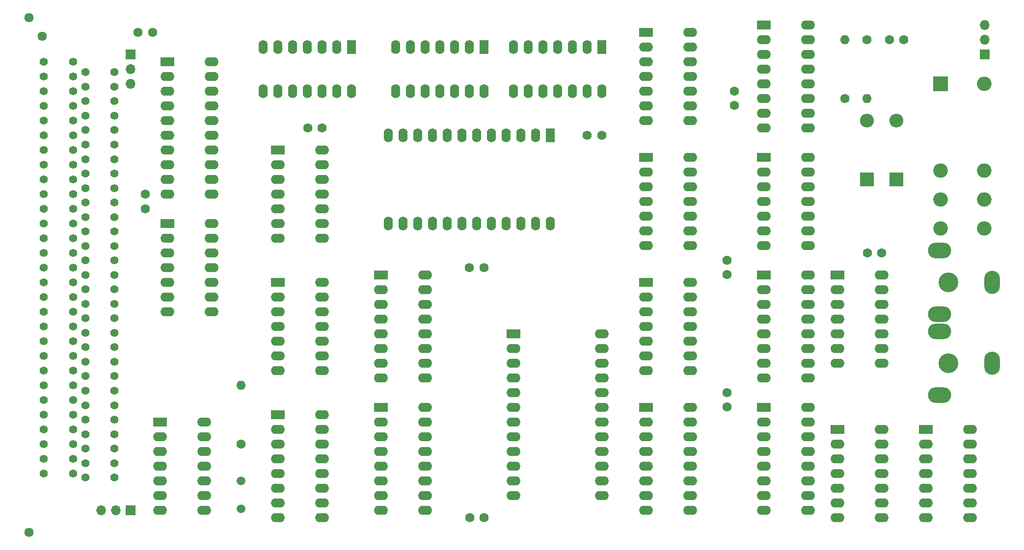
<source format=gbr>
%TF.GenerationSoftware,KiCad,Pcbnew,(5.1.10)-1*%
%TF.CreationDate,2022-01-29T09:37:24+01:00*%
%TF.ProjectId,2K-BWS,324b2d42-5753-42e6-9b69-6361645f7063,rev?*%
%TF.SameCoordinates,Original*%
%TF.FileFunction,Soldermask,Top*%
%TF.FilePolarity,Negative*%
%FSLAX46Y46*%
G04 Gerber Fmt 4.6, Leading zero omitted, Abs format (unit mm)*
G04 Created by KiCad (PCBNEW (5.1.10)-1) date 2022-01-29 09:37:24*
%MOMM*%
%LPD*%
G01*
G04 APERTURE LIST*
%ADD10O,1.700000X1.700000*%
%ADD11R,1.700000X1.700000*%
%ADD12R,2.400000X1.600000*%
%ADD13O,2.400000X1.600000*%
%ADD14C,1.600000*%
%ADD15C,1.400000*%
%ADD16C,1.610000*%
%ADD17R,2.400000X2.400000*%
%ADD18O,2.400000X2.400000*%
%ADD19O,2.700000X4.000000*%
%ADD20C,3.400000*%
%ADD21O,4.000000X2.700000*%
%ADD22O,1.600000X1.600000*%
%ADD23R,2.500000X2.500000*%
%ADD24O,2.500000X2.500000*%
%ADD25R,1.600000X2.400000*%
%ADD26O,1.600000X2.400000*%
%ADD27C,1.500000*%
G04 APERTURE END LIST*
D10*
%TO.C,J5*%
X53340000Y-146050000D03*
X55880000Y-146050000D03*
D11*
X58420000Y-146050000D03*
%TD*%
D10*
%TO.C,J4*%
X58420000Y-72390000D03*
X58420000Y-69850000D03*
D11*
X58420000Y-67310000D03*
%TD*%
D12*
%TO.C,U33*%
X167640000Y-85090000D03*
D13*
X175260000Y-100330000D03*
X167640000Y-87630000D03*
X175260000Y-97790000D03*
X167640000Y-90170000D03*
X175260000Y-95250000D03*
X167640000Y-92710000D03*
X175260000Y-92710000D03*
X167640000Y-95250000D03*
X175260000Y-90170000D03*
X167640000Y-97790000D03*
X175260000Y-87630000D03*
X167640000Y-100330000D03*
X175260000Y-85090000D03*
%TD*%
D12*
%TO.C,U40*%
X101600000Y-128270000D03*
D13*
X109220000Y-146050000D03*
X101600000Y-130810000D03*
X109220000Y-143510000D03*
X101600000Y-133350000D03*
X109220000Y-140970000D03*
X101600000Y-135890000D03*
X109220000Y-138430000D03*
X101600000Y-138430000D03*
X109220000Y-135890000D03*
X101600000Y-140970000D03*
X109220000Y-133350000D03*
X101600000Y-143510000D03*
X109220000Y-130810000D03*
X101600000Y-146050000D03*
X109220000Y-128270000D03*
%TD*%
%TO.C,IC21*%
X139700000Y-115570000D03*
X124460000Y-143510000D03*
X139700000Y-118110000D03*
X124460000Y-140970000D03*
X139700000Y-120650000D03*
X124460000Y-138430000D03*
X139700000Y-123190000D03*
X124460000Y-135890000D03*
X139700000Y-125730000D03*
X124460000Y-133350000D03*
X139700000Y-128270000D03*
X124460000Y-130810000D03*
X139700000Y-130810000D03*
X124460000Y-128270000D03*
X139700000Y-133350000D03*
X124460000Y-125730000D03*
X139700000Y-135890000D03*
X124460000Y-123190000D03*
X139700000Y-138430000D03*
X124460000Y-120650000D03*
X139700000Y-140970000D03*
X124460000Y-118110000D03*
X139700000Y-143510000D03*
D12*
X124460000Y-115570000D03*
%TD*%
D13*
%TO.C,U24*%
X154940000Y-63500000D03*
X147320000Y-78740000D03*
X154940000Y-66040000D03*
X147320000Y-76200000D03*
X154940000Y-68580000D03*
X147320000Y-73660000D03*
X154940000Y-71120000D03*
X147320000Y-71120000D03*
X154940000Y-73660000D03*
X147320000Y-68580000D03*
X154940000Y-76200000D03*
X147320000Y-66040000D03*
X154940000Y-78740000D03*
D12*
X147320000Y-63500000D03*
%TD*%
D13*
%TO.C,U20*%
X72390000Y-96520000D03*
X64770000Y-111760000D03*
X72390000Y-99060000D03*
X64770000Y-109220000D03*
X72390000Y-101600000D03*
X64770000Y-106680000D03*
X72390000Y-104140000D03*
X64770000Y-104140000D03*
X72390000Y-106680000D03*
X64770000Y-101600000D03*
X72390000Y-109220000D03*
X64770000Y-99060000D03*
X72390000Y-111760000D03*
D12*
X64770000Y-96520000D03*
%TD*%
D10*
%TO.C,J3*%
X205740000Y-62230000D03*
X205740000Y-64770000D03*
D11*
X205740000Y-67310000D03*
%TD*%
D14*
%TO.C,C11*%
X185460000Y-101600000D03*
X187960000Y-101600000D03*
%TD*%
%TO.C,C10*%
X161290000Y-105370000D03*
X161290000Y-102870000D03*
%TD*%
%TO.C,C9*%
X119340000Y-104140000D03*
X116840000Y-104140000D03*
%TD*%
%TO.C,C8*%
X161290000Y-128230000D03*
X161290000Y-125730000D03*
%TD*%
%TO.C,C7*%
X139660000Y-81280000D03*
X137160000Y-81280000D03*
%TD*%
%TO.C,C6*%
X116880000Y-147320000D03*
X119380000Y-147320000D03*
%TD*%
%TO.C,C5*%
X62190000Y-63500000D03*
X59690000Y-63500000D03*
%TD*%
D15*
%TO.C,X1*%
X43408600Y-73660000D03*
X50600000Y-140410000D03*
X50600000Y-137910000D03*
X50600000Y-135410000D03*
X50600000Y-132910000D03*
X50600000Y-130410000D03*
X50600000Y-127910000D03*
X50600000Y-125410000D03*
X50600000Y-122910000D03*
X50600000Y-120410000D03*
X50600000Y-117910000D03*
X50600000Y-115410000D03*
X50600000Y-112910000D03*
X50600000Y-110410000D03*
X50600000Y-107910000D03*
X50600000Y-105410000D03*
X50600000Y-102910000D03*
X50600000Y-100410000D03*
X50600000Y-97910000D03*
X50600000Y-95410000D03*
X50600000Y-92910000D03*
X50600000Y-90410000D03*
X50600000Y-87910000D03*
X50600000Y-85410000D03*
X50600000Y-82910000D03*
X50600000Y-80410000D03*
X50600000Y-77910000D03*
X50600000Y-75410000D03*
X50600000Y-72910000D03*
X50600000Y-70410000D03*
X55600000Y-140410000D03*
X55600000Y-137910000D03*
X55600000Y-135410000D03*
X55600000Y-132910000D03*
X55600000Y-130410000D03*
X55600000Y-127910000D03*
X55600000Y-125410000D03*
X55600000Y-122910000D03*
X55600000Y-120410000D03*
X55600000Y-117910000D03*
X55600000Y-115410000D03*
X55600000Y-112910000D03*
X55600000Y-110410000D03*
X55600000Y-107910000D03*
X55600000Y-105410000D03*
X55600000Y-102910000D03*
X55600000Y-100410000D03*
X55600000Y-97910000D03*
X55600000Y-95410000D03*
X55600000Y-92910000D03*
X55600000Y-90410000D03*
X55600000Y-87910000D03*
X55600000Y-85410000D03*
X55600000Y-82910000D03*
X55600000Y-80410000D03*
X55600000Y-77910000D03*
X55600000Y-75410000D03*
X55600000Y-72910000D03*
X55600000Y-70410000D03*
D16*
X43100000Y-64160000D03*
D15*
X48488600Y-139700000D03*
X48488600Y-137160000D03*
X48488600Y-134620000D03*
X48488600Y-132080000D03*
X48488600Y-129540000D03*
X48488600Y-127000000D03*
X48488600Y-124460000D03*
X48488600Y-121920000D03*
X48488600Y-119380000D03*
X48488600Y-116840000D03*
X48488600Y-114300000D03*
X48488600Y-111760000D03*
X48488600Y-109220000D03*
X48488600Y-106680000D03*
X48488600Y-104140000D03*
X48488600Y-101600000D03*
X48488600Y-99060000D03*
X48488600Y-96520000D03*
X48488600Y-93980000D03*
X48488600Y-91440000D03*
X48488600Y-88900000D03*
X48488600Y-86360000D03*
X48488600Y-83820000D03*
X48488600Y-81280000D03*
X48488600Y-78740000D03*
X48488600Y-76200000D03*
X48488600Y-73660000D03*
X48488600Y-71120000D03*
X48488600Y-68580000D03*
X43408600Y-139700000D03*
X43408600Y-137160000D03*
X43408600Y-134620000D03*
X43408600Y-132080000D03*
X43408600Y-129540000D03*
X43408600Y-127000000D03*
X43408600Y-124460000D03*
X43408600Y-121920000D03*
X43408600Y-119380000D03*
X43408600Y-116840000D03*
X43408600Y-114300000D03*
X43408600Y-111760000D03*
X43408600Y-109220000D03*
X43408600Y-106680000D03*
X43408600Y-104140000D03*
X43408600Y-101600000D03*
X43408600Y-99060000D03*
X43408600Y-96520000D03*
X43408600Y-93980000D03*
X43408600Y-91440000D03*
X43408600Y-88900000D03*
X43408600Y-86360000D03*
X43408600Y-83820000D03*
X43408600Y-81280000D03*
X43408600Y-78740000D03*
X43408600Y-76200000D03*
X43408600Y-71120000D03*
X43408600Y-68580000D03*
D16*
X40868600Y-149860000D03*
X40868600Y-60960000D03*
%TD*%
D14*
%TO.C,C1*%
X60960000Y-93980000D03*
X60960000Y-91480000D03*
%TD*%
%TO.C,C2*%
X162560000Y-76160000D03*
X162560000Y-73660000D03*
%TD*%
%TO.C,C3*%
X189270000Y-64770000D03*
X191770000Y-64770000D03*
%TD*%
%TO.C,C4*%
X91440000Y-80010000D03*
X88940000Y-80010000D03*
%TD*%
D17*
%TO.C,D1*%
X185420000Y-88900000D03*
D18*
X185420000Y-78740000D03*
%TD*%
%TO.C,D2*%
X190500000Y-78740000D03*
D17*
X190500000Y-88900000D03*
%TD*%
D19*
%TO.C,J1*%
X206930000Y-106680000D03*
D20*
X199430000Y-106680000D03*
D21*
X197930000Y-112180000D03*
X197930000Y-101180000D03*
%TD*%
%TO.C,J2*%
X197930000Y-115150000D03*
X197930000Y-126150000D03*
D20*
X199430000Y-120650000D03*
D19*
X206930000Y-120650000D03*
%TD*%
D14*
%TO.C,R1*%
X77470000Y-134620000D03*
D22*
X77470000Y-124460000D03*
%TD*%
D14*
%TO.C,R2*%
X181610000Y-74930000D03*
D22*
X181610000Y-64770000D03*
%TD*%
%TO.C,R3*%
X185420000Y-74930000D03*
D14*
X185420000Y-64770000D03*
%TD*%
D23*
%TO.C,RL1*%
X198120000Y-72390000D03*
D24*
X198120000Y-87390000D03*
X198120000Y-92390000D03*
X198120000Y-97390000D03*
X205620000Y-97390000D03*
X205620000Y-92390000D03*
X205620000Y-87390000D03*
X205620000Y-72390000D03*
%TD*%
D13*
%TO.C,U1*%
X187960000Y-105410000D03*
X180340000Y-120650000D03*
X187960000Y-107950000D03*
X180340000Y-118110000D03*
X187960000Y-110490000D03*
X180340000Y-115570000D03*
X187960000Y-113030000D03*
X180340000Y-113030000D03*
X187960000Y-115570000D03*
X180340000Y-110490000D03*
X187960000Y-118110000D03*
X180340000Y-107950000D03*
X187960000Y-120650000D03*
D12*
X180340000Y-105410000D03*
%TD*%
%TO.C,U2*%
X195580000Y-132080000D03*
D13*
X203200000Y-147320000D03*
X195580000Y-134620000D03*
X203200000Y-144780000D03*
X195580000Y-137160000D03*
X203200000Y-142240000D03*
X195580000Y-139700000D03*
X203200000Y-139700000D03*
X195580000Y-142240000D03*
X203200000Y-137160000D03*
X195580000Y-144780000D03*
X203200000Y-134620000D03*
X195580000Y-147320000D03*
X203200000Y-132080000D03*
%TD*%
D12*
%TO.C,U10*%
X64770000Y-68580000D03*
D13*
X72390000Y-91440000D03*
X64770000Y-71120000D03*
X72390000Y-88900000D03*
X64770000Y-73660000D03*
X72390000Y-86360000D03*
X64770000Y-76200000D03*
X72390000Y-83820000D03*
X64770000Y-78740000D03*
X72390000Y-81280000D03*
X64770000Y-81280000D03*
X72390000Y-78740000D03*
X64770000Y-83820000D03*
X72390000Y-76200000D03*
X64770000Y-86360000D03*
X72390000Y-73660000D03*
X64770000Y-88900000D03*
X72390000Y-71120000D03*
X64770000Y-91440000D03*
X72390000Y-68580000D03*
%TD*%
D12*
%TO.C,U11*%
X63500000Y-130810000D03*
D13*
X71120000Y-146050000D03*
X63500000Y-133350000D03*
X71120000Y-143510000D03*
X63500000Y-135890000D03*
X71120000Y-140970000D03*
X63500000Y-138430000D03*
X71120000Y-138430000D03*
X63500000Y-140970000D03*
X71120000Y-135890000D03*
X63500000Y-143510000D03*
X71120000Y-133350000D03*
X63500000Y-146050000D03*
X71120000Y-130810000D03*
%TD*%
D25*
%TO.C,U12*%
X139700000Y-66040000D03*
D26*
X124460000Y-73660000D03*
X137160000Y-66040000D03*
X127000000Y-73660000D03*
X134620000Y-66040000D03*
X129540000Y-73660000D03*
X132080000Y-66040000D03*
X132080000Y-73660000D03*
X129540000Y-66040000D03*
X134620000Y-73660000D03*
X127000000Y-66040000D03*
X137160000Y-73660000D03*
X124460000Y-66040000D03*
X139700000Y-73660000D03*
%TD*%
%TO.C,U13*%
X119380000Y-73660000D03*
X104140000Y-66040000D03*
X116840000Y-73660000D03*
X106680000Y-66040000D03*
X114300000Y-73660000D03*
X109220000Y-66040000D03*
X111760000Y-73660000D03*
X111760000Y-66040000D03*
X109220000Y-73660000D03*
X114300000Y-66040000D03*
X106680000Y-73660000D03*
X116840000Y-66040000D03*
X104140000Y-73660000D03*
D25*
X119380000Y-66040000D03*
%TD*%
%TO.C,U14*%
X130810000Y-81280000D03*
D26*
X102870000Y-96520000D03*
X128270000Y-81280000D03*
X105410000Y-96520000D03*
X125730000Y-81280000D03*
X107950000Y-96520000D03*
X123190000Y-81280000D03*
X110490000Y-96520000D03*
X120650000Y-81280000D03*
X113030000Y-96520000D03*
X118110000Y-81280000D03*
X115570000Y-96520000D03*
X115570000Y-81280000D03*
X118110000Y-96520000D03*
X113030000Y-81280000D03*
X120650000Y-96520000D03*
X110490000Y-81280000D03*
X123190000Y-96520000D03*
X107950000Y-81280000D03*
X125730000Y-96520000D03*
X105410000Y-81280000D03*
X128270000Y-96520000D03*
X102870000Y-81280000D03*
X130810000Y-96520000D03*
%TD*%
D12*
%TO.C,U15*%
X147320000Y-85090000D03*
D13*
X154940000Y-100330000D03*
X147320000Y-87630000D03*
X154940000Y-97790000D03*
X147320000Y-90170000D03*
X154940000Y-95250000D03*
X147320000Y-92710000D03*
X154940000Y-92710000D03*
X147320000Y-95250000D03*
X154940000Y-90170000D03*
X147320000Y-97790000D03*
X154940000Y-87630000D03*
X147320000Y-100330000D03*
X154940000Y-85090000D03*
%TD*%
%TO.C,U16*%
X91440000Y-129540000D03*
X83820000Y-147320000D03*
X91440000Y-132080000D03*
X83820000Y-144780000D03*
X91440000Y-134620000D03*
X83820000Y-142240000D03*
X91440000Y-137160000D03*
X83820000Y-139700000D03*
X91440000Y-139700000D03*
X83820000Y-137160000D03*
X91440000Y-142240000D03*
X83820000Y-134620000D03*
X91440000Y-144780000D03*
X83820000Y-132080000D03*
X91440000Y-147320000D03*
D12*
X83820000Y-129540000D03*
%TD*%
D13*
%TO.C,U22*%
X175260000Y-105410000D03*
X167640000Y-123190000D03*
X175260000Y-107950000D03*
X167640000Y-120650000D03*
X175260000Y-110490000D03*
X167640000Y-118110000D03*
X175260000Y-113030000D03*
X167640000Y-115570000D03*
X175260000Y-115570000D03*
X167640000Y-113030000D03*
X175260000Y-118110000D03*
X167640000Y-110490000D03*
X175260000Y-120650000D03*
X167640000Y-107950000D03*
X175260000Y-123190000D03*
D12*
X167640000Y-105410000D03*
%TD*%
%TO.C,U23*%
X147320000Y-106680000D03*
D13*
X154940000Y-121920000D03*
X147320000Y-109220000D03*
X154940000Y-119380000D03*
X147320000Y-111760000D03*
X154940000Y-116840000D03*
X147320000Y-114300000D03*
X154940000Y-114300000D03*
X147320000Y-116840000D03*
X154940000Y-111760000D03*
X147320000Y-119380000D03*
X154940000Y-109220000D03*
X147320000Y-121920000D03*
X154940000Y-106680000D03*
%TD*%
%TO.C,U30*%
X109220000Y-105410000D03*
X101600000Y-123190000D03*
X109220000Y-107950000D03*
X101600000Y-120650000D03*
X109220000Y-110490000D03*
X101600000Y-118110000D03*
X109220000Y-113030000D03*
X101600000Y-115570000D03*
X109220000Y-115570000D03*
X101600000Y-113030000D03*
X109220000Y-118110000D03*
X101600000Y-110490000D03*
X109220000Y-120650000D03*
X101600000Y-107950000D03*
X109220000Y-123190000D03*
D12*
X101600000Y-105410000D03*
%TD*%
%TO.C,U32*%
X167640000Y-128270000D03*
D13*
X175260000Y-146050000D03*
X167640000Y-130810000D03*
X175260000Y-143510000D03*
X167640000Y-133350000D03*
X175260000Y-140970000D03*
X167640000Y-135890000D03*
X175260000Y-138430000D03*
X167640000Y-138430000D03*
X175260000Y-135890000D03*
X167640000Y-140970000D03*
X175260000Y-133350000D03*
X167640000Y-143510000D03*
X175260000Y-130810000D03*
X167640000Y-146050000D03*
X175260000Y-128270000D03*
%TD*%
D12*
%TO.C,U41*%
X167640000Y-62230000D03*
D13*
X175260000Y-80010000D03*
X167640000Y-64770000D03*
X175260000Y-77470000D03*
X167640000Y-67310000D03*
X175260000Y-74930000D03*
X167640000Y-69850000D03*
X175260000Y-72390000D03*
X167640000Y-72390000D03*
X175260000Y-69850000D03*
X167640000Y-74930000D03*
X175260000Y-67310000D03*
X167640000Y-77470000D03*
X175260000Y-64770000D03*
X167640000Y-80010000D03*
X175260000Y-62230000D03*
%TD*%
%TO.C,U42*%
X91440000Y-106680000D03*
X83820000Y-121920000D03*
X91440000Y-109220000D03*
X83820000Y-119380000D03*
X91440000Y-111760000D03*
X83820000Y-116840000D03*
X91440000Y-114300000D03*
X83820000Y-114300000D03*
X91440000Y-116840000D03*
X83820000Y-111760000D03*
X91440000Y-119380000D03*
X83820000Y-109220000D03*
X91440000Y-121920000D03*
D12*
X83820000Y-106680000D03*
%TD*%
%TO.C,U43*%
X83820000Y-83820000D03*
D13*
X91440000Y-99060000D03*
X83820000Y-86360000D03*
X91440000Y-96520000D03*
X83820000Y-88900000D03*
X91440000Y-93980000D03*
X83820000Y-91440000D03*
X91440000Y-91440000D03*
X83820000Y-93980000D03*
X91440000Y-88900000D03*
X83820000Y-96520000D03*
X91440000Y-86360000D03*
X83820000Y-99060000D03*
X91440000Y-83820000D03*
%TD*%
D12*
%TO.C,U51*%
X147320000Y-128270000D03*
D13*
X154940000Y-146050000D03*
X147320000Y-130810000D03*
X154940000Y-143510000D03*
X147320000Y-133350000D03*
X154940000Y-140970000D03*
X147320000Y-135890000D03*
X154940000Y-138430000D03*
X147320000Y-138430000D03*
X154940000Y-135890000D03*
X147320000Y-140970000D03*
X154940000Y-133350000D03*
X147320000Y-143510000D03*
X154940000Y-130810000D03*
X147320000Y-146050000D03*
X154940000Y-128270000D03*
%TD*%
D26*
%TO.C,U52*%
X96520000Y-73660000D03*
X81280000Y-66040000D03*
X93980000Y-73660000D03*
X83820000Y-66040000D03*
X91440000Y-73660000D03*
X86360000Y-66040000D03*
X88900000Y-73660000D03*
X88900000Y-66040000D03*
X86360000Y-73660000D03*
X91440000Y-66040000D03*
X83820000Y-73660000D03*
X93980000Y-66040000D03*
X81280000Y-73660000D03*
D25*
X96520000Y-66040000D03*
%TD*%
D13*
%TO.C,U53*%
X187960000Y-132080000D03*
X180340000Y-147320000D03*
X187960000Y-134620000D03*
X180340000Y-144780000D03*
X187960000Y-137160000D03*
X180340000Y-142240000D03*
X187960000Y-139700000D03*
X180340000Y-139700000D03*
X187960000Y-142240000D03*
X180340000Y-137160000D03*
X187960000Y-144780000D03*
X180340000Y-134620000D03*
X187960000Y-147320000D03*
D12*
X180340000Y-132080000D03*
%TD*%
D27*
%TO.C,Y1*%
X77470000Y-140970000D03*
X77470000Y-145850000D03*
%TD*%
M02*

</source>
